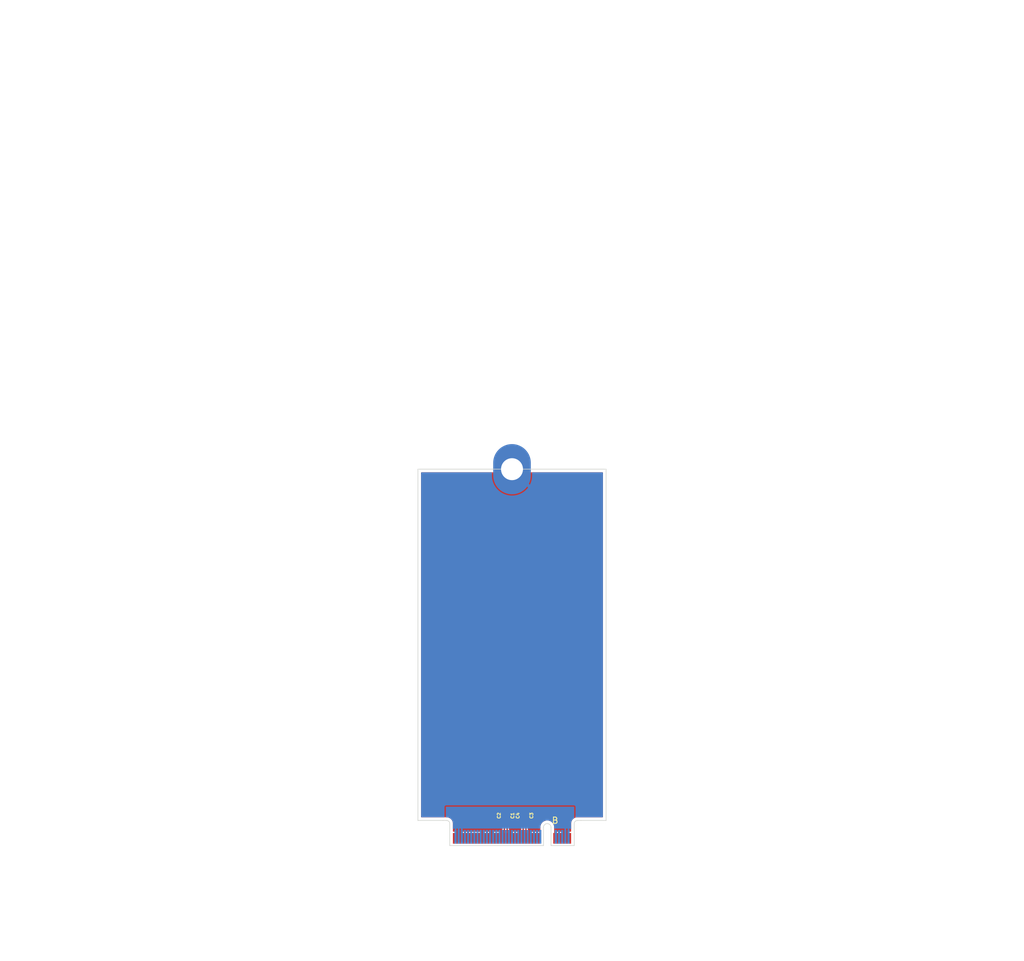
<source format=kicad_pcb>
(kicad_pcb (version 20241229) (generator "pcbnew") (generator_version "9.0")
  (layers (0 "F.Cu" signal) (2 "B.Cu" signal) (13 "F.Paste" user) (15 "B.Paste" user) (5 "F.SilkS" user "F.Silkscreen") (7 "B.SilkS" user "B.Silkscreen") (1 "F.Mask" user) (3 "B.Mask" user) (25 "Edge.Cuts" user))
  (net 0 "")
  (net 1 "/M.2 B key/PET1N")
  (net 2 "/M.2 B key/PET1P")
  (net 3 "/M.2 B key/PET0P")
  (net 4 "/M.2 B key/PET0N")
  (net 5 "/PET1-")
  (net 6 "/PET0-")
  (net 7 "/CONFIG_3")
  (net 8 "+3.3V")
  (net 9 "GND")
  (net 10 "/FULL_CARD_PWR_OFF#")
  (net 11 "/USB_D+")
  (net 12 "/W_DISABLE1#")
  (net 13 "/USB_D-")
  (net 14 "/GPIO_9{slash}LED#1")
  (net 15 "/GPIO_5")
  (net 16 "/CONFIG_0")
  (net 17 "/GPIO_6")
  (net 18 "/DPR")
  (net 19 "/GPIO_7")
  (net 20 "/GPIO_11")
  (net 21 "/GPIO_10")
  (net 22 "/GPIO_8")
  (net 23 "/UIM-RESET")
  (net 24 "/UIM-CLK")
  (net 25 "/UIM-DATA")
  (net 26 "/PER1-")
  (net 27 "/UIM-PWR")
  (net 28 "/PER1+")
  (net 29 "/DEVSLP")
  (net 30 "/GPIO_0")
  (net 31 "/GPIO_1")
  (net 32 "/GPIO_2")
  (net 33 "/GPIO_3")
  (net 34 "/PER0-")
  (net 35 "/GPIO_4")
  (net 36 "/PER0+")
  (net 37 "/PERST#")
  (net 38 "/CLKREQ#")
  (net 39 "/REFCLK-")
  (net 40 "/PEWAKE#")
  (net 41 "/REFCLK+")
  (net 44 "/ANTCTL0")
  (net 46 "/ANTCTL1")
  (net 48 "/ANTCTL2")
  (net 50 "/ANTCTL3")
  (net 51 "/SIM_DETECT")
  (net 52 "/RESET#")
  (net 53 "/SUSCLK")
  (net 54 "/CONFIG_1")
  (net 55 "/CONFIG_2")
  (net 56 "/PET0+")
  (net 57 "/PET1+")
  (footprint "Capacitor_SMD:C_0201_0603Metric" (layer "F.Cu") (at 111.41 155.47 90)
    (property "Reference" "C4" (at 0 -0.72 90) (layer "F.SilkS") (effects (font (size 0.5 0.5))))
    (property "Value" "220nF")
    (pad "1" smd roundrect (at -0.32 0 90) (size 0.46 0.4) (layers "F.Cu" "F.Mask") (net 2 "/M.2 B key/PET1P"))
    (pad "2" smd roundrect (at 0.32 0 90) (size 0.46 0.4) (layers "F.Cu" "F.Mask") (net 57 "/PET1+"))
  )
  (footprint "PCIexpress:M.2 B Key Connector" (layer "F.Cu") (at 109.76 159.13)
    (property "Reference" "J1")
    (property "Value" "~")
    (fp_line (start -11 -2.89) (end -10.425 -2.89) (stroke (width 0.1)) (layer "Edge.Cuts"))
    (fp_line (start -9.925 -2.39) (end -9.925 1.11) (stroke (width 0.1)) (layer "Edge.Cuts"))
    (fp_line (start 5.02 -1.79) (end 5.02 1.11) (stroke (width 0.1)) (layer "Edge.Cuts"))
    (fp_line (start 5.02 1.11) (end -9.925 1.11) (stroke (width 0.1)) (layer "Edge.Cuts"))
    (fp_line (start 6.22 -1.79) (end 6.22 1.11) (stroke (width 0.1)) (layer "Edge.Cuts"))
    (fp_line (start 6.225333 1.11) (end 9.925 1.11) (stroke (width 0.1)) (layer "Edge.Cuts"))
    (fp_line (start 9.925 -2.39) (end 9.925 1.11) (stroke (width 0.1)) (layer "Edge.Cuts"))
    (fp_line (start 10.425 -2.89) (end 11 -2.89) (stroke (width 0.1)) (layer "Edge.Cuts"))
    (fp_arc (start -10.425 -2.89) (mid -10.071447 -2.743553) (end -9.925 -2.39) (stroke (width 0.1)) (layer "Edge.Cuts"))
    (fp_arc (start 5.02 -1.79) (mid 5.62 -2.39) (end 6.22 -1.79) (stroke (width 0.1)) (layer "Edge.Cuts"))
    (fp_arc (start 9.925 -2.39) (mid 10.071447 -2.743553) (end 10.425 -2.89) (stroke (width 0.1)) (layer "Edge.Cuts"))
    (fp_text user "B" (at 6.27 -2.3 0) (layer "F.SilkS") (effects (justify left bottom)))
    (pad "1" smd rect (at 9.25 -0.04 180) (size 0.35 1.7) (layers "F.Cu") (net 7 "/CONFIG_3"))
    (pad "2" smd rect (at 9 -0.29 180) (size 0.35 2.2) (layers "B.Cu") (net 8 "+3.3V"))
    (pad "3" smd rect (at 8.75 -0.04 180) (size 0.35 1.7) (layers "F.Cu") (net 9 "GND"))
    (pad "4" smd rect (at 8.5 -0.29 180) (size 0.35 2.2) (layers "B.Cu") (net 8 "+3.3V"))
    (pad "5" smd rect (at 8.25 -0.04 180) (size 0.35 1.7) (layers "F.Cu") (net 9 "GND"))
    (pad "6" smd rect (at 8 -0.29 180) (size 0.35 2.2) (layers "B.Cu") (net 10 "/FULL_CARD_PWR_OFF#"))
    (pad "7" smd rect (at 7.75 -0.04 180) (size 0.35 1.7) (layers "F.Cu") (net 11 "/USB_D+"))
    (pad "8" smd rect (at 7.5 -0.29 180) (size 0.35 2.2) (layers "B.Cu") (net 12 "/W_DISABLE1#"))
    (pad "9" smd rect (at 7.25 -0.04 180) (size 0.35 1.7) (layers "F.Cu") (net 13 "/USB_D-"))
    (pad "10" smd rect (at 7 -0.29 180) (size 0.35 2.2) (layers "B.Cu") (net 14 "/GPIO_9{slash}LED#1"))
    (pad "11" smd rect (at 6.75 -0.04 180) (size 0.35 1.7) (layers "F.Cu") (net 9 "GND"))
    (pad "20" smd rect (at 4.5 -0.29 180) (size 0.35 2.2) (layers "B.Cu") (net 15 "/GPIO_5"))
    (pad "21" smd rect (at 4.25 -0.04 180) (size 0.35 1.7) (layers "F.Cu") (net 16 "/CONFIG_0"))
    (pad "22" smd rect (at 4 -0.29 180) (size 0.35 2.2) (layers "B.Cu") (net 17 "/GPIO_6"))
    (pad "23" smd rect (at 3.75 -0.04 180) (size 0.35 1.7) (layers "F.Cu") (net 18 "/DPR"))
    (pad "24" smd rect (at 3.5 -0.29 180) (size 0.35 2.2) (layers "B.Cu") (net 19 "/GPIO_7"))
    (pad "25" smd rect (at 3.25 -0.04 180) (size 0.35 1.7) (layers "F.Cu") (net 20 "/GPIO_11"))
    (pad "26" smd rect (at 3 -0.29 180) (size 0.35 2.2) (layers "B.Cu") (net 21 "/GPIO_10"))
    (pad "27" smd rect (at 2.75 -0.04 180) (size 0.35 1.7) (layers "F.Cu") (net 9 "GND"))
    (pad "28" smd rect (at 2.5 -0.29 180) (size 0.35 2.2) (layers "B.Cu") (net 22 "/GPIO_8"))
    (pad "29" smd rect (at 2.25 -0.04 180) (size 0.35 1.7) (layers "F.Cu") (net 1 "/M.2 B key/PET1N"))
    (pad "30" smd rect (at 2 -0.29 180) (size 0.35 2.2) (layers "B.Cu") (net 23 "/UIM-RESET"))
    (pad "31" smd rect (at 1.75 -0.04 180) (size 0.35 1.7) (layers "F.Cu") (net 2 "/M.2 B key/PET1P"))
    (pad "32" smd rect (at 1.5 -0.29 180) (size 0.35 2.2) (layers "B.Cu") (net 24 "/UIM-CLK"))
    (pad "33" smd rect (at 1.25 -0.04 180) (size 0.35 1.7) (layers "F.Cu") (net 9 "GND"))
    (pad "34" smd rect (at 1 -0.29 180) (size 0.35 2.2) (layers "B.Cu") (net 25 "/UIM-DATA"))
    (pad "35" smd rect (at 0.75 -0.04 180) (size 0.35 1.7) (layers "F.Cu") (net 26 "/PER1-"))
    (pad "36" smd rect (at 0.5 -0.29 180) (size 0.35 2.2) (layers "B.Cu") (net 27 "/UIM-PWR"))
    (pad "37" smd rect (at 0.25 -0.04 180) (size 0.35 1.7) (layers "F.Cu") (net 28 "/PER1+"))
    (pad "38" smd rect (at 0 -0.29 180) (size 0.35 2.2) (layers "B.Cu") (net 29 "/DEVSLP"))
    (pad "39" smd rect (at -0.25 -0.04 180) (size 0.35 1.7) (layers "F.Cu") (net 9 "GND"))
    (pad "40" smd rect (at -0.5 -0.29 180) (size 0.35 2.2) (layers "B.Cu") (net 30 "/GPIO_0"))
    (pad "41" smd rect (at -0.75 -0.04 180) (size 0.35 1.7) (layers "F.Cu") (net 4 "/M.2 B key/PET0N"))
    (pad "42" smd rect (at -1 -0.29 180) (size 0.35 2.2) (layers "B.Cu") (net 31 "/GPIO_1"))
    (pad "43" smd rect (at -1.25 -0.04 180) (size 0.35 1.7) (layers "F.Cu") (net 3 "/M.2 B key/PET0P"))
    (pad "44" smd rect (at -1.5 -0.29 180) (size 0.35 2.2) (layers "B.Cu") (net 32 "/GPIO_2"))
    (pad "45" smd rect (at -1.75 -0.04 180) (size 0.35 1.7) (layers "F.Cu") (net 9 "GND"))
    (pad "46" smd rect (at -2 -0.29 180) (size 0.35 2.2) (layers "B.Cu") (net 33 "/GPIO_3"))
    (pad "47" smd rect (at -2.25 -0.04 180) (size 0.35 1.7) (layers "F.Cu") (net 34 "/PER0-"))
    (pad "48" smd rect (at -2.5 -0.29 180) (size 0.35 2.2) (layers "B.Cu") (net 35 "/GPIO_4"))
    (pad "49" smd rect (at -2.75 -0.04 180) (size 0.35 1.7) (layers "F.Cu") (net 36 "/PER0+"))
    (pad "50" smd rect (at -3 -0.29 180) (size 0.35 2.2) (layers "B.Cu") (net 37 "/PERST#"))
    (pad "51" smd rect (at -3.25 -0.04 180) (size 0.35 1.7) (layers "F.Cu") (net 9 "GND"))
    (pad "52" smd rect (at -3.5 -0.29 180) (size 0.35 2.2) (layers "B.Cu") (net 38 "/CLKREQ#"))
    (pad "53" smd rect (at -3.75 -0.04 180) (size 0.35 1.7) (layers "F.Cu") (net 39 "/REFCLK-"))
    (pad "54" smd rect (at -4 -0.29 180) (size 0.35 2.2) (layers "B.Cu") (net 40 "/PEWAKE#"))
    (pad "55" smd rect (at -4.25 -0.04 180) (size 0.35 1.7) (layers "F.Cu") (net 41 "/REFCLK+"))
    (pad "56" smd rect (at -4.5 -0.29 180) (size 0.35 2.2) (layers "B.Cu"))
    (pad "57" smd rect (at -4.75 -0.04 180) (size 0.35 1.7) (layers "F.Cu") (net 9 "GND"))
    (pad "58" smd rect (at -5 -0.29 180) (size 0.35 2.2) (layers "B.Cu"))
    (pad "59" smd rect (at -5.25 -0.04 180) (size 0.35 1.7) (layers "F.Cu") (net 44 "/ANTCTL0"))
    (pad "60" smd rect (at -5.5 -0.29 180) (size 0.35 2.2) (layers "B.Cu"))
    (pad "61" smd rect (at -5.75 -0.04 180) (size 0.35 1.7) (layers "F.Cu") (net 46 "/ANTCTL1"))
    (pad "62" smd rect (at -6 -0.29 180) (size 0.35 2.2) (layers "B.Cu"))
    (pad "63" smd rect (at -6.25 -0.04 180) (size 0.35 1.7) (layers "F.Cu") (net 48 "/ANTCTL2"))
    (pad "64" smd rect (at -6.5 -0.29 180) (size 0.35 2.2) (layers "B.Cu"))
    (pad "65" smd rect (at -6.75 -0.04 180) (size 0.35 1.7) (layers "F.Cu") (net 50 "/ANTCTL3"))
    (pad "66" smd rect (at -7 -0.29 180) (size 0.35 2.2) (layers "B.Cu") (net 51 "/SIM_DETECT"))
    (pad "67" smd rect (at -7.25 -0.04 180) (size 0.35 1.7) (layers "F.Cu") (net 52 "/RESET#"))
    (pad "68" smd rect (at -7.5 -0.29 180) (size 0.35 2.2) (layers "B.Cu") (net 53 "/SUSCLK"))
    (pad "69" smd rect (at -7.75 -0.04 180) (size 0.35 1.7) (layers "F.Cu") (net 54 "/CONFIG_1"))
    (pad "70" smd rect (at -8 -0.29 180) (size 0.35 2.2) (layers "B.Cu") (net 8 "+3.3V"))
    (pad "71" smd rect (at -8.25 -0.04 180) (size 0.35 1.7) (layers "F.Cu") (net 9 "GND"))
    (pad "72" smd rect (at -8.5 -0.29 180) (size 0.35 2.2) (layers "B.Cu") (net 8 "+3.3V"))
    (pad "73" smd rect (at -8.75 -0.04 180) (size 0.35 1.7) (layers "F.Cu") (net 9 "GND"))
    (pad "74" smd rect (at -9 -0.29 180) (size 0.35 2.2) (layers "B.Cu") (net 8 "+3.3V"))
    (pad "75" smd rect (at -9.25 -0.04 180) (size 0.35 1.7) (layers "F.Cu") (net 55 "/CONFIG_2"))
  )
  (footprint "Capacitor_SMD:C_0201_0603Metric" (layer "F.Cu") (at 112.11 155.47 90)
    (property "Reference" "C3" (at 0 0.75 90) (layer "F.SilkS") (effects (font (size 0.5 0.5))))
    (property "Value" "220nF")
    (pad "1" smd roundrect (at -0.32 0 90) (size 0.46 0.4) (layers "F.Cu" "F.Mask") (net 1 "/M.2 B key/PET1N"))
    (pad "2" smd roundrect (at 0.32 0 90) (size 0.46 0.4) (layers "F.Cu" "F.Mask") (net 5 "/PET1-"))
  )
  (footprint "Athena KiCAd library:M.2 Mounting Pad" (layer "F.Cu") (at 109.76 100.24)
    (property "Reference" "H1")
    (property "Value" "MountingHole_Pad")
    (pad "1" thru_hole circle (at 0 0) (size 5.5 5.5) (drill 3.5) (property pad_prop_castellated) (layers "*.Cu" "*.Mask") (net 9 "GND") (padstack (mode front_inner_back) (layer "Inner" (shape circle) (size 5.5 5.5)) (layer "B.Cu" (shape oval) (size 6 8))))
  )
  (footprint "Capacitor_SMD:C_0201_0603Metric" (layer "F.Cu") (at 109.11 155.47 90)
    (property "Reference" "C1" (at 0 0.73 270) (layer "F.SilkS") (effects (font (size 0.5 0.5))))
    (property "Value" "220nF")
    (pad "1" smd roundrect (at -0.32 0 90) (size 0.46 0.4) (layers "F.Cu" "F.Mask") (net 4 "/M.2 B key/PET0N"))
    (pad "2" smd roundrect (at 0.32 0 90) (size 0.46 0.4) (layers "F.Cu" "F.Mask") (net 6 "/PET0-"))
  )
  (footprint "Capacitor_SMD:C_0201_0603Metric" (layer "F.Cu") (at 108.41 155.47 90)
    (property "Reference" "C2" (at 0 -0.73 90) (layer "F.SilkS") (effects (font (size 0.5 0.5))))
    (property "Value" "220nF")
    (pad "1" smd roundrect (at -0.32 0 90) (size 0.46 0.4) (layers "F.Cu" "F.Mask") (net 3 "/M.2 B key/PET0P"))
    (pad "2" smd roundrect (at 0.32 0 90) (size 0.46 0.4) (layers "F.Cu" "F.Mask") (net 56 "/PET0+"))
  )
  (gr_line (start 120.76 156.24) (end 124.76 156.24) (stroke (width 0.1)) (layer "Edge.Cuts"))
  (gr_line (start 94.76 100.24) (end 94.76 156.24) (stroke (width 0.1)) (layer "Edge.Cuts"))
  (gr_line (start 124.76 156.24) (end 124.76 100.24) (stroke (width 0.1)) (layer "Edge.Cuts"))
  (gr_line (start 124.76 100.24) (end 94.76 100.24) (stroke (width 0.1)) (layer "Edge.Cuts"))
  (gr_line (start 98.76 156.24) (end 94.76 156.24) (stroke (width 0.1)) (layer "Edge.Cuts"))
  (segment (start 112.11 156.135001) (end 112.11 155.79) (width 0.2) (layer "F.Cu") (net 1))
  (segment (start 111.985 157.789999) (end 111.985 156.260001) (width 0.2) (layer "F.Cu") (net 1))
  (segment (start 111.985 156.260001) (end 112.11 156.135001) (width 0.2) (layer "F.Cu") (net 1))
  (segment (start 112.01 157.814999) (end 111.985 157.789999) (width 0.2) (layer "F.Cu") (net 1))
  (segment (start 112.01 159.09) (end 112.01 157.814999) (width 0.2) (layer "F.Cu") (net 1))
  (segment (start 111.41 156.135001) (end 111.41 155.79) (width 0.2) (layer "F.Cu") (net 2))
  (segment (start 111.535 157.789999) (end 111.535 156.260001) (width 0.2) (layer "F.Cu") (net 2))
  (segment (start 111.51 159.09) (end 111.51 157.814999) (width 0.2) (layer "F.Cu") (net 2))
  (segment (start 111.51 157.814999) (end 111.535 157.789999) (width 0.2) (layer "F.Cu") (net 2))
  (segment (start 111.535 156.260001) (end 111.41 156.135001) (width 0.2) (layer "F.Cu") (net 2))
  (segment (start 108.535 157.789999) (end 108.535 156.260001) (width 0.2) (layer "F.Cu") (net 3))
  (segment (start 108.51 159.09) (end 108.51 157.814999) (width 0.2) (layer "F.Cu") (net 3))
  (segment (start 108.535 156.260001) (end 108.41 156.135001) (width 0.2) (layer "F.Cu") (net 3))
  (segment (start 108.51 157.814999) (end 108.535 157.789999) (width 0.2) (layer "F.Cu") (net 3))
  (segment (start 108.41 156.135001) (end 108.41 155.79) (width 0.2) (layer "F.Cu") (net 3))
  (segment (start 109.01 157.814999) (end 108.985 157.789999) (width 0.2) (layer "F.Cu") (net 4))
  (segment (start 108.985 156.260001) (end 109.11 156.135001) (width 0.2) (layer "F.Cu") (net 4))
  (segment (start 108.985 157.789999) (end 108.985 156.260001) (width 0.2) (layer "F.Cu") (net 4))
  (segment (start 109.11 156.135001) (end 109.11 155.79) (width 0.2) (layer "F.Cu") (net 4))
  (segment (start 109.01 159.09) (end 109.01 157.814999) (width 0.2) (layer "F.Cu") (net 4))
  (zone (net 9) (net_name "GND") (layers "F.Cu" "B.Cu") (connect_pads (clearance 0.15)) (min_thickness 0.15) (fill yes (thermal_gap 0.2) (thermal_bridge_width 0.5))
    (polygon (pts (xy 94.76 158.48) (xy 94.76 50.24) (xy 124.76 50.24) (xy 124.76 158.48)))
  )
  (zone (net 8) (net_name "+3.3V") (layer "B.Cu") (priority 1) (connect_pads (clearance 0.2)) (min_thickness 0.1) (fill yes (thermal_gap 0.2) (thermal_bridge_width 0.25))
    (polygon (pts (xy 119.68 158.42) (xy 119.68 154.055) (xy 119.665 154.04) (xy 99.21 154.04) (xy 99.21 158.67) (xy 119.43 158.67)))
  )
)
</source>
